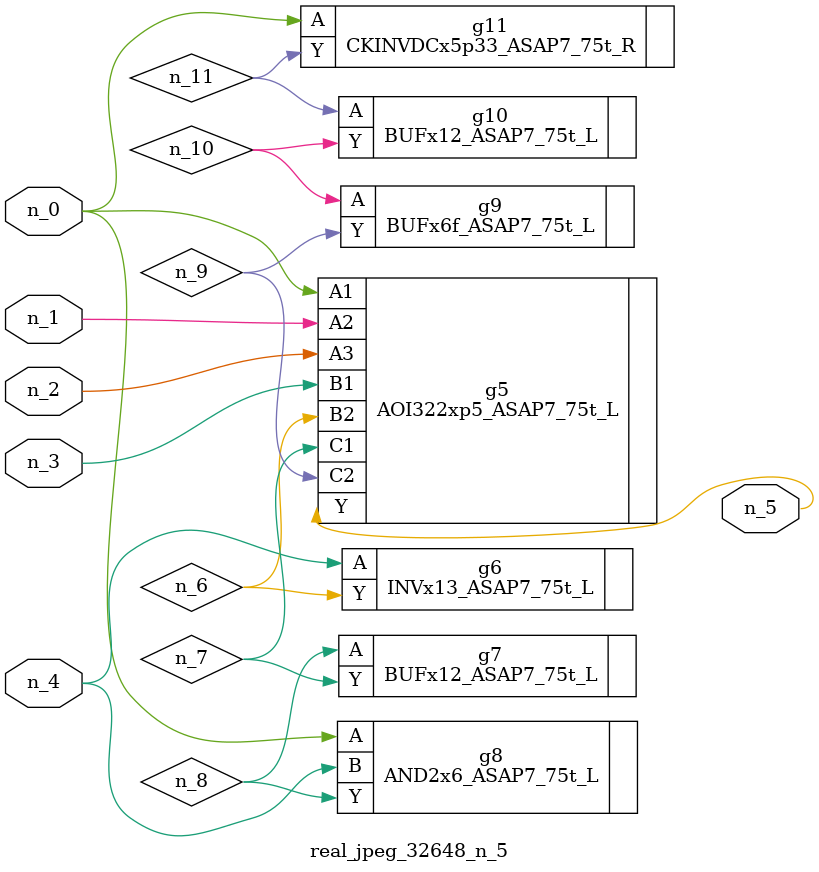
<source format=v>
module real_jpeg_32648_n_5 (n_4, n_0, n_1, n_2, n_3, n_5);

input n_4;
input n_0;
input n_1;
input n_2;
input n_3;

output n_5;

wire n_8;
wire n_11;
wire n_6;
wire n_7;
wire n_10;
wire n_9;

AOI322xp5_ASAP7_75t_L g5 ( 
.A1(n_0),
.A2(n_1),
.A3(n_2),
.B1(n_3),
.B2(n_6),
.C1(n_7),
.C2(n_9),
.Y(n_5)
);

AND2x6_ASAP7_75t_L g8 ( 
.A(n_0),
.B(n_4),
.Y(n_8)
);

CKINVDCx5p33_ASAP7_75t_R g11 ( 
.A(n_0),
.Y(n_11)
);

INVx13_ASAP7_75t_L g6 ( 
.A(n_4),
.Y(n_6)
);

BUFx12_ASAP7_75t_L g7 ( 
.A(n_8),
.Y(n_7)
);

BUFx6f_ASAP7_75t_L g9 ( 
.A(n_10),
.Y(n_9)
);

BUFx12_ASAP7_75t_L g10 ( 
.A(n_11),
.Y(n_10)
);


endmodule
</source>
